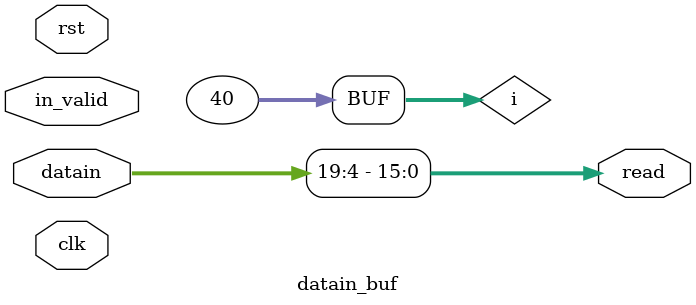
<source format=v>
`timescale 1ns / 1ps

module datain_buf (
    input         clk,
    input         rst,      // active-low
    input         in_valid,
    input  [19:0] datain,
    output [15:0] read
);

    localparam DEPTH = 40;
    localparam LAST  = DEPTH-1;

    reg  [5:0]  addr;
    reg  [19:0] mem [0:DEPTH-1];
   
    integer i;
    initial begin
        // not strictly necessary, but avoids Xs when probing mem[]
        for (i = 0; i < DEPTH; i = i + 1)
            mem[i] = 20'h00000;
    end

    always @(posedge clk or negedge rst) begin
        if (!rst) begin
            addr <= 6'd0;
        end else begin
            if (in_valid) begin
                mem[addr] <= datain;
                if (addr == LAST[5:0])
                    addr <= 6'd0;
                else
                    addr <= addr + 6'd1;
            end
        end
    end

    assign read = datain[19:4];

endmodule

</source>
